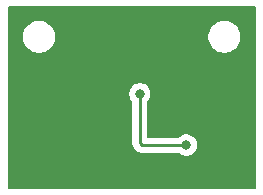
<source format=gbr>
%TF.GenerationSoftware,KiCad,Pcbnew,9.0.4*%
%TF.CreationDate,2025-11-17T08:26:59+00:00*%
%TF.ProjectId,MRF-Pro-v7-breakout-33,4d52462d-5072-46f2-9d76-372d62726561,rev?*%
%TF.SameCoordinates,Original*%
%TF.FileFunction,Copper,L2,Bot*%
%TF.FilePolarity,Positive*%
%FSLAX46Y46*%
G04 Gerber Fmt 4.6, Leading zero omitted, Abs format (unit mm)*
G04 Created by KiCad (PCBNEW 9.0.4) date 2025-11-17 08:26:59*
%MOMM*%
%LPD*%
G01*
G04 APERTURE LIST*
%TA.AperFunction,ViaPad*%
%ADD10C,0.800000*%
%TD*%
%TA.AperFunction,Conductor*%
%ADD11C,0.250000*%
%TD*%
G04 APERTURE END LIST*
D10*
%TO.N,/GND*%
X135890000Y-132156200D03*
X119253000Y-132130800D03*
X127650000Y-127350000D03*
%TO.N,Net-(J5-Pin_3)*%
X128500000Y-130300000D03*
X132450000Y-134650000D03*
%TD*%
D11*
%TO.N,Net-(J5-Pin_3)*%
X128500000Y-134475000D02*
X128500000Y-130300000D01*
X128675000Y-134650000D02*
X128500000Y-134475000D01*
X132450000Y-134650000D02*
X128675000Y-134650000D01*
%TD*%
%TA.AperFunction,Conductor*%
%TO.N,/GND*%
G36*
X138270939Y-122905385D02*
G01*
X138316694Y-122958189D01*
X138327900Y-123009700D01*
X138327900Y-138229300D01*
X138308215Y-138296339D01*
X138255411Y-138342094D01*
X138203900Y-138353300D01*
X117447100Y-138353300D01*
X117380061Y-138333615D01*
X117334306Y-138280811D01*
X117323100Y-138229300D01*
X117323100Y-130211304D01*
X127599500Y-130211304D01*
X127599500Y-130388695D01*
X127634103Y-130562658D01*
X127634106Y-130562667D01*
X127701983Y-130726540D01*
X127701990Y-130726553D01*
X127800535Y-130874034D01*
X127800538Y-130874038D01*
X127838180Y-130911679D01*
X127871666Y-130973001D01*
X127874500Y-130999361D01*
X127874500Y-134536611D01*
X127898535Y-134657444D01*
X127898540Y-134657461D01*
X127945685Y-134771280D01*
X127945687Y-134771283D01*
X127945688Y-134771286D01*
X127979915Y-134822509D01*
X128014142Y-134873733D01*
X128101267Y-134960858D01*
X128101269Y-134960859D01*
X128111232Y-134970822D01*
X128182071Y-135041661D01*
X128182074Y-135041665D01*
X128182075Y-135041665D01*
X128189141Y-135048731D01*
X128189142Y-135048733D01*
X128276267Y-135135858D01*
X128276268Y-135135859D01*
X128378707Y-135204307D01*
X128378713Y-135204310D01*
X128378714Y-135204311D01*
X128492548Y-135251463D01*
X128552971Y-135263481D01*
X128613393Y-135275500D01*
X128613394Y-135275500D01*
X131750639Y-135275500D01*
X131817678Y-135295185D01*
X131838321Y-135311820D01*
X131875961Y-135349461D01*
X131875965Y-135349464D01*
X132023446Y-135448009D01*
X132023459Y-135448016D01*
X132146363Y-135498923D01*
X132187334Y-135515894D01*
X132187336Y-135515894D01*
X132187341Y-135515896D01*
X132361304Y-135550499D01*
X132361307Y-135550500D01*
X132361309Y-135550500D01*
X132538693Y-135550500D01*
X132538694Y-135550499D01*
X132596682Y-135538964D01*
X132712658Y-135515896D01*
X132712661Y-135515894D01*
X132712666Y-135515894D01*
X132876547Y-135448013D01*
X133024035Y-135349464D01*
X133149464Y-135224035D01*
X133248013Y-135076547D01*
X133315894Y-134912666D01*
X133323639Y-134873733D01*
X133350499Y-134738695D01*
X133350500Y-134738693D01*
X133350500Y-134561306D01*
X133350499Y-134561304D01*
X133315896Y-134387341D01*
X133315893Y-134387332D01*
X133248016Y-134223459D01*
X133248009Y-134223446D01*
X133149464Y-134075965D01*
X133149461Y-134075961D01*
X133024038Y-133950538D01*
X133024034Y-133950535D01*
X132876553Y-133851990D01*
X132876540Y-133851983D01*
X132712667Y-133784106D01*
X132712658Y-133784103D01*
X132538694Y-133749500D01*
X132538691Y-133749500D01*
X132361309Y-133749500D01*
X132361306Y-133749500D01*
X132187341Y-133784103D01*
X132187332Y-133784106D01*
X132023459Y-133851983D01*
X132023446Y-133851990D01*
X131875965Y-133950535D01*
X131875961Y-133950538D01*
X131838321Y-133988180D01*
X131776999Y-134021666D01*
X131750639Y-134024500D01*
X129249500Y-134024500D01*
X129182461Y-134004815D01*
X129136706Y-133952011D01*
X129125500Y-133900500D01*
X129125500Y-130999361D01*
X129145185Y-130932322D01*
X129161820Y-130911679D01*
X129199461Y-130874038D01*
X129199464Y-130874035D01*
X129298013Y-130726547D01*
X129365894Y-130562666D01*
X129400500Y-130388691D01*
X129400500Y-130211309D01*
X129400500Y-130211306D01*
X129400499Y-130211304D01*
X129365896Y-130037341D01*
X129365893Y-130037332D01*
X129298016Y-129873459D01*
X129298009Y-129873446D01*
X129199464Y-129725965D01*
X129199461Y-129725961D01*
X129074038Y-129600538D01*
X129074034Y-129600535D01*
X128926553Y-129501990D01*
X128926540Y-129501983D01*
X128762667Y-129434106D01*
X128762658Y-129434103D01*
X128588694Y-129399500D01*
X128588691Y-129399500D01*
X128411309Y-129399500D01*
X128411306Y-129399500D01*
X128237341Y-129434103D01*
X128237332Y-129434106D01*
X128073459Y-129501983D01*
X128073446Y-129501990D01*
X127925965Y-129600535D01*
X127925961Y-129600538D01*
X127800538Y-129725961D01*
X127800535Y-129725965D01*
X127701990Y-129873446D01*
X127701983Y-129873459D01*
X127634106Y-130037332D01*
X127634103Y-130037341D01*
X127599500Y-130211304D01*
X117323100Y-130211304D01*
X117323100Y-125369713D01*
X118613700Y-125369713D01*
X118613700Y-125582286D01*
X118646953Y-125792239D01*
X118712644Y-125994414D01*
X118809151Y-126183820D01*
X118934090Y-126355786D01*
X119084413Y-126506109D01*
X119256379Y-126631048D01*
X119256381Y-126631049D01*
X119256384Y-126631051D01*
X119445788Y-126727557D01*
X119647957Y-126793246D01*
X119857913Y-126826500D01*
X119857914Y-126826500D01*
X120070486Y-126826500D01*
X120070487Y-126826500D01*
X120280443Y-126793246D01*
X120482612Y-126727557D01*
X120672016Y-126631051D01*
X120693989Y-126615086D01*
X120843986Y-126506109D01*
X120843988Y-126506106D01*
X120843992Y-126506104D01*
X120994304Y-126355792D01*
X120994306Y-126355788D01*
X120994309Y-126355786D01*
X121119248Y-126183820D01*
X121119247Y-126183820D01*
X121119251Y-126183816D01*
X121215757Y-125994412D01*
X121281446Y-125792243D01*
X121314700Y-125582287D01*
X121314700Y-125369713D01*
X134310900Y-125369713D01*
X134310900Y-125582286D01*
X134344153Y-125792239D01*
X134409844Y-125994414D01*
X134506351Y-126183820D01*
X134631290Y-126355786D01*
X134781613Y-126506109D01*
X134953579Y-126631048D01*
X134953581Y-126631049D01*
X134953584Y-126631051D01*
X135142988Y-126727557D01*
X135345157Y-126793246D01*
X135555113Y-126826500D01*
X135555114Y-126826500D01*
X135767686Y-126826500D01*
X135767687Y-126826500D01*
X135977643Y-126793246D01*
X136179812Y-126727557D01*
X136369216Y-126631051D01*
X136391189Y-126615086D01*
X136541186Y-126506109D01*
X136541188Y-126506106D01*
X136541192Y-126506104D01*
X136691504Y-126355792D01*
X136691506Y-126355788D01*
X136691509Y-126355786D01*
X136816448Y-126183820D01*
X136816447Y-126183820D01*
X136816451Y-126183816D01*
X136912957Y-125994412D01*
X136978646Y-125792243D01*
X137011900Y-125582287D01*
X137011900Y-125369713D01*
X136978646Y-125159757D01*
X136912957Y-124957588D01*
X136816451Y-124768184D01*
X136816449Y-124768181D01*
X136816448Y-124768179D01*
X136691509Y-124596213D01*
X136541186Y-124445890D01*
X136369220Y-124320951D01*
X136179814Y-124224444D01*
X136179813Y-124224443D01*
X136179812Y-124224443D01*
X135977643Y-124158754D01*
X135977641Y-124158753D01*
X135977640Y-124158753D01*
X135816357Y-124133208D01*
X135767687Y-124125500D01*
X135555113Y-124125500D01*
X135506442Y-124133208D01*
X135345160Y-124158753D01*
X135142985Y-124224444D01*
X134953579Y-124320951D01*
X134781613Y-124445890D01*
X134631290Y-124596213D01*
X134506351Y-124768179D01*
X134409844Y-124957585D01*
X134344153Y-125159760D01*
X134310900Y-125369713D01*
X121314700Y-125369713D01*
X121281446Y-125159757D01*
X121215757Y-124957588D01*
X121119251Y-124768184D01*
X121119249Y-124768181D01*
X121119248Y-124768179D01*
X120994309Y-124596213D01*
X120843986Y-124445890D01*
X120672020Y-124320951D01*
X120482614Y-124224444D01*
X120482613Y-124224443D01*
X120482612Y-124224443D01*
X120280443Y-124158754D01*
X120280441Y-124158753D01*
X120280440Y-124158753D01*
X120119157Y-124133208D01*
X120070487Y-124125500D01*
X119857913Y-124125500D01*
X119809242Y-124133208D01*
X119647960Y-124158753D01*
X119445785Y-124224444D01*
X119256379Y-124320951D01*
X119084413Y-124445890D01*
X118934090Y-124596213D01*
X118809151Y-124768179D01*
X118712644Y-124957585D01*
X118646953Y-125159760D01*
X118613700Y-125369713D01*
X117323100Y-125369713D01*
X117323100Y-123009700D01*
X117342785Y-122942661D01*
X117395589Y-122896906D01*
X117447100Y-122885700D01*
X138203900Y-122885700D01*
X138270939Y-122905385D01*
G37*
%TD.AperFunction*%
%TD*%
M02*

</source>
